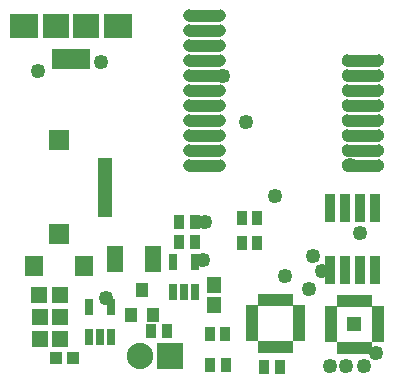
<source format=gts>
G04 MADE WITH FRITZING*
G04 WWW.FRITZING.ORG*
G04 DOUBLE SIDED*
G04 HOLES PLATED*
G04 CONTOUR ON CENTER OF CONTOUR VECTOR*
%ASAXBY*%
%FSLAX23Y23*%
%MOIN*%
%OFA0B0*%
%SFA1.0B1.0*%
%ADD10C,0.088000*%
%ADD11C,0.049370*%
%ADD12R,0.034000X0.097000*%
%ADD13R,0.088000X0.088000*%
%ADD14R,0.041496X0.021811*%
%ADD15R,0.021811X0.041496*%
%ADD16R,0.037559X0.045433*%
%ADD17R,0.031654X0.057244*%
%ADD18R,0.049370X0.053307*%
%ADD19R,0.041496X0.045433*%
%ADD20R,0.057244X0.088740*%
%ADD21R,0.060000X0.067874*%
%ADD22R,0.057244X0.053307*%
%ADD23R,0.041496X0.041496*%
%ADD24R,0.049370X0.049370*%
%ADD25R,0.025748X0.065118*%
%ADD26R,0.088740X0.084803*%
%ADD27R,0.096614X0.084803*%
%ADD28R,0.049370X0.019843*%
%ADD29R,0.069055X0.069055*%
%ADD30R,0.110000X0.042000*%
%ADD31R,0.001000X0.001000*%
%LNMASK1*%
G90*
G70*
G54D10*
X539Y68D03*
X439Y68D03*
G54D11*
X718Y1002D03*
X795Y850D03*
X328Y263D03*
X1139Y704D03*
X309Y1048D03*
X101Y1020D03*
X658Y515D03*
X649Y390D03*
X889Y603D03*
X1017Y401D03*
X1003Y292D03*
X922Y336D03*
X1172Y480D03*
X1048Y351D03*
X1226Y79D03*
X1074Y34D03*
X1128Y36D03*
X1188Y35D03*
G54D12*
X1225Y561D03*
X1175Y561D03*
X1125Y561D03*
X1075Y561D03*
X1075Y355D03*
X1125Y355D03*
X1175Y355D03*
X1225Y355D03*
G54D13*
X539Y68D03*
G54D14*
X813Y228D03*
X813Y208D03*
X813Y189D03*
X813Y169D03*
X813Y149D03*
X813Y129D03*
G54D15*
X843Y100D03*
X862Y100D03*
X882Y100D03*
X902Y100D03*
X921Y100D03*
X941Y100D03*
G54D14*
X971Y129D03*
X971Y149D03*
X971Y169D03*
X971Y189D03*
X971Y208D03*
X971Y228D03*
G54D15*
X941Y257D03*
X921Y257D03*
X902Y257D03*
X882Y257D03*
X862Y257D03*
X843Y257D03*
G54D16*
X571Y515D03*
X622Y515D03*
X571Y450D03*
X622Y450D03*
X855Y33D03*
X906Y33D03*
X727Y40D03*
X675Y40D03*
G54D17*
X549Y281D03*
X586Y281D03*
X624Y281D03*
X624Y383D03*
X549Y383D03*
G54D18*
X686Y307D03*
X686Y240D03*
G54D19*
X411Y207D03*
X485Y207D03*
X448Y290D03*
G54D20*
X356Y391D03*
X482Y391D03*
G54D21*
X86Y369D03*
X255Y369D03*
G54D22*
X173Y199D03*
X106Y199D03*
X174Y125D03*
X108Y125D03*
G54D23*
X218Y62D03*
X159Y62D03*
G54D22*
X172Y271D03*
X105Y271D03*
G54D17*
X269Y131D03*
X306Y131D03*
X343Y131D03*
X343Y233D03*
X269Y233D03*
G54D16*
X478Y152D03*
X529Y152D03*
G54D14*
X1076Y224D03*
X1076Y204D03*
X1076Y184D03*
X1076Y165D03*
X1076Y145D03*
X1076Y125D03*
G54D15*
X1106Y96D03*
X1125Y96D03*
X1145Y96D03*
X1165Y96D03*
X1184Y96D03*
X1204Y96D03*
G54D14*
X1233Y125D03*
X1233Y145D03*
X1233Y165D03*
X1233Y184D03*
X1233Y204D03*
X1233Y224D03*
G54D15*
X1204Y253D03*
X1184Y253D03*
X1165Y253D03*
X1145Y253D03*
X1125Y253D03*
X1106Y253D03*
G54D24*
X1155Y175D03*
G54D16*
X723Y141D03*
X672Y141D03*
X831Y530D03*
X779Y530D03*
G54D25*
X210Y1058D03*
X236Y1058D03*
X261Y1058D03*
X185Y1058D03*
X159Y1058D03*
G54D26*
X259Y1170D03*
X161Y1170D03*
G54D27*
X368Y1170D03*
X53Y1170D03*
G54D28*
X323Y720D03*
X323Y700D03*
X323Y681D03*
X323Y661D03*
X323Y641D03*
X323Y622D03*
X323Y602D03*
X323Y582D03*
X323Y563D03*
X323Y543D03*
G54D29*
X171Y789D03*
X171Y474D03*
G54D30*
X1184Y703D03*
X1184Y753D03*
X1184Y803D03*
X1184Y853D03*
X1184Y903D03*
X1184Y953D03*
X1184Y1003D03*
X1184Y1053D03*
X656Y1203D03*
X656Y1153D03*
X656Y1103D03*
X656Y1053D03*
X656Y1003D03*
X656Y953D03*
X656Y903D03*
X656Y853D03*
X656Y803D03*
X656Y753D03*
X656Y703D03*
G54D16*
X831Y445D03*
X780Y445D03*
G54D31*
X601Y1224D02*
X605Y1224D01*
X706Y1224D02*
X710Y1224D01*
X598Y1223D02*
X605Y1223D01*
X706Y1223D02*
X713Y1223D01*
X596Y1222D02*
X605Y1222D01*
X706Y1222D02*
X715Y1222D01*
X594Y1221D02*
X605Y1221D01*
X706Y1221D02*
X716Y1221D01*
X593Y1220D02*
X605Y1220D01*
X706Y1220D02*
X718Y1220D01*
X592Y1219D02*
X605Y1219D01*
X706Y1219D02*
X719Y1219D01*
X591Y1218D02*
X605Y1218D01*
X706Y1218D02*
X720Y1218D01*
X590Y1217D02*
X605Y1217D01*
X706Y1217D02*
X721Y1217D01*
X589Y1216D02*
X605Y1216D01*
X706Y1216D02*
X721Y1216D01*
X589Y1215D02*
X605Y1215D01*
X706Y1215D02*
X722Y1215D01*
X588Y1214D02*
X605Y1214D01*
X706Y1214D02*
X723Y1214D01*
X587Y1213D02*
X605Y1213D01*
X706Y1213D02*
X723Y1213D01*
X587Y1212D02*
X605Y1212D01*
X706Y1212D02*
X724Y1212D01*
X586Y1211D02*
X605Y1211D01*
X706Y1211D02*
X724Y1211D01*
X586Y1210D02*
X605Y1210D01*
X706Y1210D02*
X725Y1210D01*
X586Y1209D02*
X605Y1209D01*
X706Y1209D02*
X725Y1209D01*
X585Y1208D02*
X605Y1208D01*
X706Y1208D02*
X725Y1208D01*
X585Y1207D02*
X605Y1207D01*
X706Y1207D02*
X726Y1207D01*
X585Y1206D02*
X605Y1206D01*
X706Y1206D02*
X726Y1206D01*
X585Y1205D02*
X605Y1205D01*
X706Y1205D02*
X726Y1205D01*
X585Y1204D02*
X605Y1204D01*
X706Y1204D02*
X726Y1204D01*
X585Y1203D02*
X605Y1203D01*
X706Y1203D02*
X726Y1203D01*
X585Y1202D02*
X605Y1202D01*
X706Y1202D02*
X726Y1202D01*
X585Y1201D02*
X605Y1201D01*
X706Y1201D02*
X726Y1201D01*
X585Y1200D02*
X605Y1200D01*
X706Y1200D02*
X725Y1200D01*
X586Y1199D02*
X605Y1199D01*
X706Y1199D02*
X725Y1199D01*
X586Y1198D02*
X605Y1198D01*
X706Y1198D02*
X725Y1198D01*
X586Y1197D02*
X605Y1197D01*
X706Y1197D02*
X724Y1197D01*
X587Y1196D02*
X605Y1196D01*
X706Y1196D02*
X724Y1196D01*
X587Y1195D02*
X605Y1195D01*
X706Y1195D02*
X724Y1195D01*
X588Y1194D02*
X605Y1194D01*
X706Y1194D02*
X723Y1194D01*
X588Y1193D02*
X605Y1193D01*
X706Y1193D02*
X722Y1193D01*
X589Y1192D02*
X605Y1192D01*
X706Y1192D02*
X722Y1192D01*
X590Y1191D02*
X605Y1191D01*
X706Y1191D02*
X721Y1191D01*
X591Y1190D02*
X605Y1190D01*
X706Y1190D02*
X720Y1190D01*
X592Y1189D02*
X605Y1189D01*
X706Y1189D02*
X719Y1189D01*
X593Y1188D02*
X605Y1188D01*
X706Y1188D02*
X718Y1188D01*
X594Y1187D02*
X605Y1187D01*
X706Y1187D02*
X717Y1187D01*
X596Y1186D02*
X605Y1186D01*
X706Y1186D02*
X715Y1186D01*
X597Y1185D02*
X605Y1185D01*
X706Y1185D02*
X713Y1185D01*
X600Y1184D02*
X605Y1184D01*
X706Y1184D02*
X711Y1184D01*
X604Y1183D02*
X605Y1183D01*
X706Y1183D02*
X707Y1183D01*
X601Y1174D02*
X605Y1174D01*
X706Y1174D02*
X710Y1174D01*
X598Y1173D02*
X605Y1173D01*
X706Y1173D02*
X713Y1173D01*
X596Y1172D02*
X605Y1172D01*
X706Y1172D02*
X715Y1172D01*
X594Y1171D02*
X605Y1171D01*
X706Y1171D02*
X716Y1171D01*
X593Y1170D02*
X605Y1170D01*
X706Y1170D02*
X718Y1170D01*
X592Y1169D02*
X605Y1169D01*
X706Y1169D02*
X719Y1169D01*
X591Y1168D02*
X605Y1168D01*
X706Y1168D02*
X720Y1168D01*
X590Y1167D02*
X605Y1167D01*
X706Y1167D02*
X721Y1167D01*
X589Y1166D02*
X605Y1166D01*
X706Y1166D02*
X721Y1166D01*
X589Y1165D02*
X605Y1165D01*
X706Y1165D02*
X722Y1165D01*
X588Y1164D02*
X605Y1164D01*
X706Y1164D02*
X723Y1164D01*
X587Y1163D02*
X605Y1163D01*
X706Y1163D02*
X723Y1163D01*
X587Y1162D02*
X605Y1162D01*
X706Y1162D02*
X724Y1162D01*
X586Y1161D02*
X605Y1161D01*
X706Y1161D02*
X724Y1161D01*
X586Y1160D02*
X605Y1160D01*
X706Y1160D02*
X725Y1160D01*
X586Y1159D02*
X605Y1159D01*
X706Y1159D02*
X725Y1159D01*
X585Y1158D02*
X605Y1158D01*
X706Y1158D02*
X725Y1158D01*
X585Y1157D02*
X605Y1157D01*
X706Y1157D02*
X726Y1157D01*
X585Y1156D02*
X605Y1156D01*
X706Y1156D02*
X726Y1156D01*
X585Y1155D02*
X605Y1155D01*
X706Y1155D02*
X726Y1155D01*
X585Y1154D02*
X605Y1154D01*
X706Y1154D02*
X726Y1154D01*
X585Y1153D02*
X605Y1153D01*
X706Y1153D02*
X726Y1153D01*
X585Y1152D02*
X605Y1152D01*
X706Y1152D02*
X726Y1152D01*
X585Y1151D02*
X605Y1151D01*
X706Y1151D02*
X726Y1151D01*
X585Y1150D02*
X605Y1150D01*
X706Y1150D02*
X725Y1150D01*
X586Y1149D02*
X605Y1149D01*
X706Y1149D02*
X725Y1149D01*
X586Y1148D02*
X605Y1148D01*
X706Y1148D02*
X725Y1148D01*
X586Y1147D02*
X605Y1147D01*
X706Y1147D02*
X724Y1147D01*
X587Y1146D02*
X605Y1146D01*
X706Y1146D02*
X724Y1146D01*
X587Y1145D02*
X605Y1145D01*
X706Y1145D02*
X724Y1145D01*
X588Y1144D02*
X605Y1144D01*
X706Y1144D02*
X723Y1144D01*
X588Y1143D02*
X605Y1143D01*
X706Y1143D02*
X722Y1143D01*
X589Y1142D02*
X605Y1142D01*
X706Y1142D02*
X722Y1142D01*
X590Y1141D02*
X605Y1141D01*
X706Y1141D02*
X721Y1141D01*
X591Y1140D02*
X605Y1140D01*
X706Y1140D02*
X720Y1140D01*
X592Y1139D02*
X605Y1139D01*
X706Y1139D02*
X719Y1139D01*
X593Y1138D02*
X605Y1138D01*
X706Y1138D02*
X718Y1138D01*
X594Y1137D02*
X605Y1137D01*
X706Y1137D02*
X717Y1137D01*
X596Y1136D02*
X605Y1136D01*
X706Y1136D02*
X715Y1136D01*
X597Y1135D02*
X605Y1135D01*
X706Y1135D02*
X713Y1135D01*
X600Y1134D02*
X605Y1134D01*
X706Y1134D02*
X711Y1134D01*
X604Y1133D02*
X605Y1133D01*
X706Y1133D02*
X707Y1133D01*
X601Y1124D02*
X605Y1124D01*
X706Y1124D02*
X710Y1124D01*
X598Y1123D02*
X605Y1123D01*
X706Y1123D02*
X713Y1123D01*
X596Y1122D02*
X605Y1122D01*
X706Y1122D02*
X715Y1122D01*
X594Y1121D02*
X605Y1121D01*
X706Y1121D02*
X716Y1121D01*
X593Y1120D02*
X605Y1120D01*
X706Y1120D02*
X718Y1120D01*
X592Y1119D02*
X605Y1119D01*
X706Y1119D02*
X719Y1119D01*
X591Y1118D02*
X605Y1118D01*
X706Y1118D02*
X720Y1118D01*
X590Y1117D02*
X605Y1117D01*
X706Y1117D02*
X721Y1117D01*
X589Y1116D02*
X605Y1116D01*
X706Y1116D02*
X722Y1116D01*
X588Y1115D02*
X605Y1115D01*
X706Y1115D02*
X722Y1115D01*
X588Y1114D02*
X605Y1114D01*
X706Y1114D02*
X723Y1114D01*
X587Y1113D02*
X605Y1113D01*
X706Y1113D02*
X723Y1113D01*
X587Y1112D02*
X605Y1112D01*
X706Y1112D02*
X724Y1112D01*
X586Y1111D02*
X605Y1111D01*
X706Y1111D02*
X724Y1111D01*
X586Y1110D02*
X605Y1110D01*
X706Y1110D02*
X725Y1110D01*
X586Y1109D02*
X605Y1109D01*
X706Y1109D02*
X725Y1109D01*
X585Y1108D02*
X605Y1108D01*
X706Y1108D02*
X725Y1108D01*
X585Y1107D02*
X605Y1107D01*
X706Y1107D02*
X726Y1107D01*
X585Y1106D02*
X605Y1106D01*
X706Y1106D02*
X726Y1106D01*
X585Y1105D02*
X605Y1105D01*
X706Y1105D02*
X726Y1105D01*
X585Y1104D02*
X605Y1104D01*
X706Y1104D02*
X726Y1104D01*
X585Y1103D02*
X605Y1103D01*
X706Y1103D02*
X726Y1103D01*
X585Y1102D02*
X605Y1102D01*
X706Y1102D02*
X726Y1102D01*
X585Y1101D02*
X605Y1101D01*
X706Y1101D02*
X726Y1101D01*
X585Y1100D02*
X605Y1100D01*
X706Y1100D02*
X725Y1100D01*
X586Y1099D02*
X605Y1099D01*
X706Y1099D02*
X725Y1099D01*
X586Y1098D02*
X605Y1098D01*
X706Y1098D02*
X725Y1098D01*
X586Y1097D02*
X605Y1097D01*
X706Y1097D02*
X724Y1097D01*
X587Y1096D02*
X605Y1096D01*
X706Y1096D02*
X724Y1096D01*
X587Y1095D02*
X605Y1095D01*
X706Y1095D02*
X723Y1095D01*
X588Y1094D02*
X605Y1094D01*
X706Y1094D02*
X723Y1094D01*
X588Y1093D02*
X605Y1093D01*
X706Y1093D02*
X722Y1093D01*
X589Y1092D02*
X605Y1092D01*
X706Y1092D02*
X722Y1092D01*
X590Y1091D02*
X605Y1091D01*
X706Y1091D02*
X721Y1091D01*
X591Y1090D02*
X605Y1090D01*
X706Y1090D02*
X720Y1090D01*
X592Y1089D02*
X605Y1089D01*
X706Y1089D02*
X719Y1089D01*
X593Y1088D02*
X605Y1088D01*
X706Y1088D02*
X718Y1088D01*
X594Y1087D02*
X605Y1087D01*
X706Y1087D02*
X717Y1087D01*
X596Y1086D02*
X605Y1086D01*
X706Y1086D02*
X715Y1086D01*
X597Y1085D02*
X605Y1085D01*
X706Y1085D02*
X713Y1085D01*
X600Y1084D02*
X605Y1084D01*
X706Y1084D02*
X711Y1084D01*
X605Y1083D02*
X605Y1083D01*
X706Y1083D02*
X706Y1083D01*
X600Y1074D02*
X605Y1074D01*
X706Y1074D02*
X710Y1074D01*
X1128Y1074D02*
X1133Y1074D01*
X1233Y1074D02*
X1238Y1074D01*
X598Y1073D02*
X605Y1073D01*
X706Y1073D02*
X713Y1073D01*
X1125Y1073D02*
X1133Y1073D01*
X1233Y1073D02*
X1241Y1073D01*
X596Y1072D02*
X605Y1072D01*
X706Y1072D02*
X715Y1072D01*
X1124Y1072D02*
X1133Y1072D01*
X1233Y1072D02*
X1242Y1072D01*
X594Y1071D02*
X605Y1071D01*
X706Y1071D02*
X716Y1071D01*
X1122Y1071D02*
X1133Y1071D01*
X1233Y1071D02*
X1244Y1071D01*
X593Y1070D02*
X605Y1070D01*
X706Y1070D02*
X718Y1070D01*
X1121Y1070D02*
X1133Y1070D01*
X1233Y1070D02*
X1245Y1070D01*
X592Y1069D02*
X605Y1069D01*
X706Y1069D02*
X719Y1069D01*
X1120Y1069D02*
X1133Y1069D01*
X1233Y1069D02*
X1247Y1069D01*
X591Y1068D02*
X605Y1068D01*
X706Y1068D02*
X720Y1068D01*
X1119Y1068D02*
X1133Y1068D01*
X1233Y1068D02*
X1248Y1068D01*
X590Y1067D02*
X605Y1067D01*
X706Y1067D02*
X721Y1067D01*
X1118Y1067D02*
X1133Y1067D01*
X1233Y1067D02*
X1248Y1067D01*
X589Y1066D02*
X605Y1066D01*
X706Y1066D02*
X722Y1066D01*
X1117Y1066D02*
X1133Y1066D01*
X1233Y1066D02*
X1249Y1066D01*
X588Y1065D02*
X605Y1065D01*
X706Y1065D02*
X722Y1065D01*
X1116Y1065D02*
X1133Y1065D01*
X1233Y1065D02*
X1250Y1065D01*
X588Y1064D02*
X605Y1064D01*
X706Y1064D02*
X723Y1064D01*
X1116Y1064D02*
X1133Y1064D01*
X1233Y1064D02*
X1250Y1064D01*
X587Y1063D02*
X605Y1063D01*
X706Y1063D02*
X723Y1063D01*
X1115Y1063D02*
X1133Y1063D01*
X1233Y1063D02*
X1251Y1063D01*
X587Y1062D02*
X605Y1062D01*
X706Y1062D02*
X724Y1062D01*
X1114Y1062D02*
X1133Y1062D01*
X1233Y1062D02*
X1252Y1062D01*
X586Y1061D02*
X605Y1061D01*
X706Y1061D02*
X724Y1061D01*
X1114Y1061D02*
X1133Y1061D01*
X1233Y1061D02*
X1252Y1061D01*
X586Y1060D02*
X605Y1060D01*
X706Y1060D02*
X725Y1060D01*
X1114Y1060D02*
X1133Y1060D01*
X1233Y1060D02*
X1252Y1060D01*
X586Y1059D02*
X605Y1059D01*
X706Y1059D02*
X725Y1059D01*
X1113Y1059D02*
X1133Y1059D01*
X1233Y1059D02*
X1253Y1059D01*
X585Y1058D02*
X605Y1058D01*
X706Y1058D02*
X725Y1058D01*
X1113Y1058D02*
X1133Y1058D01*
X1233Y1058D02*
X1253Y1058D01*
X585Y1057D02*
X605Y1057D01*
X706Y1057D02*
X726Y1057D01*
X1113Y1057D02*
X1133Y1057D01*
X1233Y1057D02*
X1253Y1057D01*
X585Y1056D02*
X605Y1056D01*
X706Y1056D02*
X726Y1056D01*
X1113Y1056D02*
X1133Y1056D01*
X1233Y1056D02*
X1253Y1056D01*
X585Y1055D02*
X605Y1055D01*
X706Y1055D02*
X726Y1055D01*
X1113Y1055D02*
X1133Y1055D01*
X1233Y1055D02*
X1253Y1055D01*
X585Y1054D02*
X605Y1054D01*
X706Y1054D02*
X726Y1054D01*
X1113Y1054D02*
X1133Y1054D01*
X1233Y1054D02*
X1253Y1054D01*
X585Y1053D02*
X605Y1053D01*
X706Y1053D02*
X726Y1053D01*
X1113Y1053D02*
X1133Y1053D01*
X1233Y1053D02*
X1253Y1053D01*
X585Y1052D02*
X605Y1052D01*
X706Y1052D02*
X726Y1052D01*
X1113Y1052D02*
X1133Y1052D01*
X1233Y1052D02*
X1253Y1052D01*
X585Y1051D02*
X605Y1051D01*
X706Y1051D02*
X726Y1051D01*
X1113Y1051D02*
X1133Y1051D01*
X1233Y1051D02*
X1253Y1051D01*
X585Y1050D02*
X605Y1050D01*
X706Y1050D02*
X725Y1050D01*
X1113Y1050D02*
X1133Y1050D01*
X1233Y1050D02*
X1253Y1050D01*
X586Y1049D02*
X605Y1049D01*
X706Y1049D02*
X725Y1049D01*
X1113Y1049D02*
X1133Y1049D01*
X1233Y1049D02*
X1253Y1049D01*
X586Y1048D02*
X605Y1048D01*
X706Y1048D02*
X725Y1048D01*
X1114Y1048D02*
X1133Y1048D01*
X1233Y1048D02*
X1252Y1048D01*
X586Y1047D02*
X605Y1047D01*
X706Y1047D02*
X724Y1047D01*
X1114Y1047D02*
X1133Y1047D01*
X1233Y1047D02*
X1252Y1047D01*
X587Y1046D02*
X605Y1046D01*
X706Y1046D02*
X724Y1046D01*
X1114Y1046D02*
X1133Y1046D01*
X1233Y1046D02*
X1252Y1046D01*
X587Y1045D02*
X605Y1045D01*
X706Y1045D02*
X723Y1045D01*
X1115Y1045D02*
X1133Y1045D01*
X1233Y1045D02*
X1251Y1045D01*
X588Y1044D02*
X605Y1044D01*
X706Y1044D02*
X723Y1044D01*
X1115Y1044D02*
X1133Y1044D01*
X1233Y1044D02*
X1251Y1044D01*
X588Y1043D02*
X605Y1043D01*
X706Y1043D02*
X722Y1043D01*
X1116Y1043D02*
X1133Y1043D01*
X1233Y1043D02*
X1250Y1043D01*
X589Y1042D02*
X605Y1042D01*
X706Y1042D02*
X722Y1042D01*
X1117Y1042D02*
X1133Y1042D01*
X1233Y1042D02*
X1249Y1042D01*
X590Y1041D02*
X605Y1041D01*
X706Y1041D02*
X721Y1041D01*
X1118Y1041D02*
X1133Y1041D01*
X1233Y1041D02*
X1248Y1041D01*
X591Y1040D02*
X605Y1040D01*
X706Y1040D02*
X720Y1040D01*
X1118Y1040D02*
X1133Y1040D01*
X1233Y1040D02*
X1248Y1040D01*
X592Y1039D02*
X605Y1039D01*
X706Y1039D02*
X719Y1039D01*
X1119Y1039D02*
X1133Y1039D01*
X1233Y1039D02*
X1247Y1039D01*
X593Y1038D02*
X605Y1038D01*
X706Y1038D02*
X718Y1038D01*
X1121Y1038D02*
X1133Y1038D01*
X1233Y1038D02*
X1245Y1038D01*
X594Y1037D02*
X605Y1037D01*
X706Y1037D02*
X717Y1037D01*
X1122Y1037D02*
X1133Y1037D01*
X1233Y1037D02*
X1244Y1037D01*
X596Y1036D02*
X605Y1036D01*
X706Y1036D02*
X715Y1036D01*
X1123Y1036D02*
X1133Y1036D01*
X1233Y1036D02*
X1243Y1036D01*
X598Y1035D02*
X605Y1035D01*
X706Y1035D02*
X713Y1035D01*
X1125Y1035D02*
X1133Y1035D01*
X1233Y1035D02*
X1241Y1035D01*
X600Y1034D02*
X605Y1034D01*
X706Y1034D02*
X711Y1034D01*
X1128Y1034D02*
X1133Y1034D01*
X1233Y1034D02*
X1238Y1034D01*
X706Y1033D02*
X706Y1033D01*
X600Y1024D02*
X605Y1024D01*
X706Y1024D02*
X710Y1024D01*
X1128Y1024D02*
X1133Y1024D01*
X1233Y1024D02*
X1238Y1024D01*
X598Y1023D02*
X605Y1023D01*
X706Y1023D02*
X713Y1023D01*
X1125Y1023D02*
X1133Y1023D01*
X1233Y1023D02*
X1241Y1023D01*
X596Y1022D02*
X605Y1022D01*
X706Y1022D02*
X715Y1022D01*
X1124Y1022D02*
X1133Y1022D01*
X1233Y1022D02*
X1243Y1022D01*
X594Y1021D02*
X605Y1021D01*
X706Y1021D02*
X717Y1021D01*
X1122Y1021D02*
X1133Y1021D01*
X1233Y1021D02*
X1244Y1021D01*
X593Y1020D02*
X605Y1020D01*
X706Y1020D02*
X718Y1020D01*
X1121Y1020D02*
X1133Y1020D01*
X1233Y1020D02*
X1245Y1020D01*
X592Y1019D02*
X605Y1019D01*
X706Y1019D02*
X719Y1019D01*
X1119Y1019D02*
X1133Y1019D01*
X1233Y1019D02*
X1247Y1019D01*
X591Y1018D02*
X605Y1018D01*
X706Y1018D02*
X720Y1018D01*
X1118Y1018D02*
X1133Y1018D01*
X1233Y1018D02*
X1248Y1018D01*
X590Y1017D02*
X605Y1017D01*
X706Y1017D02*
X721Y1017D01*
X1118Y1017D02*
X1133Y1017D01*
X1233Y1017D02*
X1248Y1017D01*
X589Y1016D02*
X605Y1016D01*
X706Y1016D02*
X722Y1016D01*
X1117Y1016D02*
X1133Y1016D01*
X1233Y1016D02*
X1249Y1016D01*
X588Y1015D02*
X605Y1015D01*
X706Y1015D02*
X722Y1015D01*
X1116Y1015D02*
X1133Y1015D01*
X1233Y1015D02*
X1250Y1015D01*
X588Y1014D02*
X605Y1014D01*
X706Y1014D02*
X723Y1014D01*
X1116Y1014D02*
X1133Y1014D01*
X1233Y1014D02*
X1251Y1014D01*
X587Y1013D02*
X605Y1013D01*
X706Y1013D02*
X723Y1013D01*
X1115Y1013D02*
X1133Y1013D01*
X1233Y1013D02*
X1251Y1013D01*
X587Y1012D02*
X605Y1012D01*
X706Y1012D02*
X724Y1012D01*
X1114Y1012D02*
X1133Y1012D01*
X1233Y1012D02*
X1252Y1012D01*
X586Y1011D02*
X605Y1011D01*
X706Y1011D02*
X724Y1011D01*
X1114Y1011D02*
X1133Y1011D01*
X1233Y1011D02*
X1252Y1011D01*
X586Y1010D02*
X605Y1010D01*
X706Y1010D02*
X725Y1010D01*
X1114Y1010D02*
X1133Y1010D01*
X1233Y1010D02*
X1252Y1010D01*
X586Y1009D02*
X605Y1009D01*
X706Y1009D02*
X725Y1009D01*
X1113Y1009D02*
X1133Y1009D01*
X1233Y1009D02*
X1253Y1009D01*
X585Y1008D02*
X605Y1008D01*
X706Y1008D02*
X725Y1008D01*
X1113Y1008D02*
X1133Y1008D01*
X1233Y1008D02*
X1253Y1008D01*
X585Y1007D02*
X605Y1007D01*
X706Y1007D02*
X726Y1007D01*
X1113Y1007D02*
X1133Y1007D01*
X1233Y1007D02*
X1253Y1007D01*
X585Y1006D02*
X605Y1006D01*
X706Y1006D02*
X726Y1006D01*
X1113Y1006D02*
X1133Y1006D01*
X1233Y1006D02*
X1253Y1006D01*
X585Y1005D02*
X605Y1005D01*
X706Y1005D02*
X726Y1005D01*
X1113Y1005D02*
X1133Y1005D01*
X1233Y1005D02*
X1253Y1005D01*
X585Y1004D02*
X605Y1004D01*
X706Y1004D02*
X726Y1004D01*
X1113Y1004D02*
X1133Y1004D01*
X1233Y1004D02*
X1253Y1004D01*
X585Y1003D02*
X605Y1003D01*
X706Y1003D02*
X726Y1003D01*
X1113Y1003D02*
X1133Y1003D01*
X1233Y1003D02*
X1253Y1003D01*
X585Y1002D02*
X605Y1002D01*
X706Y1002D02*
X726Y1002D01*
X1113Y1002D02*
X1133Y1002D01*
X1233Y1002D02*
X1253Y1002D01*
X585Y1001D02*
X605Y1001D01*
X706Y1001D02*
X726Y1001D01*
X1113Y1001D02*
X1133Y1001D01*
X1233Y1001D02*
X1253Y1001D01*
X585Y1000D02*
X605Y1000D01*
X706Y1000D02*
X725Y1000D01*
X1113Y1000D02*
X1133Y1000D01*
X1233Y1000D02*
X1253Y1000D01*
X586Y999D02*
X605Y999D01*
X706Y999D02*
X725Y999D01*
X1113Y999D02*
X1133Y999D01*
X1233Y999D02*
X1253Y999D01*
X586Y998D02*
X605Y998D01*
X706Y998D02*
X725Y998D01*
X1114Y998D02*
X1133Y998D01*
X1233Y998D02*
X1252Y998D01*
X586Y997D02*
X605Y997D01*
X706Y997D02*
X724Y997D01*
X1114Y997D02*
X1133Y997D01*
X1233Y997D02*
X1252Y997D01*
X587Y996D02*
X605Y996D01*
X706Y996D02*
X724Y996D01*
X1114Y996D02*
X1133Y996D01*
X1233Y996D02*
X1252Y996D01*
X587Y995D02*
X605Y995D01*
X706Y995D02*
X723Y995D01*
X1115Y995D02*
X1133Y995D01*
X1233Y995D02*
X1251Y995D01*
X588Y994D02*
X605Y994D01*
X706Y994D02*
X723Y994D01*
X1116Y994D02*
X1133Y994D01*
X1233Y994D02*
X1251Y994D01*
X588Y993D02*
X605Y993D01*
X706Y993D02*
X722Y993D01*
X1116Y993D02*
X1133Y993D01*
X1233Y993D02*
X1250Y993D01*
X589Y992D02*
X605Y992D01*
X706Y992D02*
X722Y992D01*
X1117Y992D02*
X1133Y992D01*
X1233Y992D02*
X1249Y992D01*
X590Y991D02*
X605Y991D01*
X706Y991D02*
X721Y991D01*
X1118Y991D02*
X1133Y991D01*
X1233Y991D02*
X1248Y991D01*
X591Y990D02*
X605Y990D01*
X706Y990D02*
X720Y990D01*
X1118Y990D02*
X1133Y990D01*
X1233Y990D02*
X1248Y990D01*
X592Y989D02*
X605Y989D01*
X706Y989D02*
X719Y989D01*
X1119Y989D02*
X1133Y989D01*
X1233Y989D02*
X1247Y989D01*
X593Y988D02*
X605Y988D01*
X706Y988D02*
X718Y988D01*
X1121Y988D02*
X1133Y988D01*
X1233Y988D02*
X1245Y988D01*
X594Y987D02*
X605Y987D01*
X706Y987D02*
X717Y987D01*
X1122Y987D02*
X1133Y987D01*
X1233Y987D02*
X1244Y987D01*
X596Y986D02*
X605Y986D01*
X706Y986D02*
X715Y986D01*
X1123Y986D02*
X1133Y986D01*
X1233Y986D02*
X1243Y986D01*
X598Y985D02*
X605Y985D01*
X706Y985D02*
X713Y985D01*
X1125Y985D02*
X1133Y985D01*
X1233Y985D02*
X1241Y985D01*
X600Y984D02*
X605Y984D01*
X706Y984D02*
X711Y984D01*
X1128Y984D02*
X1133Y984D01*
X1233Y984D02*
X1238Y984D01*
X600Y974D02*
X605Y974D01*
X706Y974D02*
X711Y974D01*
X1128Y974D02*
X1133Y974D01*
X1233Y974D02*
X1238Y974D01*
X598Y973D02*
X605Y973D01*
X706Y973D02*
X713Y973D01*
X1125Y973D02*
X1133Y973D01*
X1233Y973D02*
X1241Y973D01*
X596Y972D02*
X605Y972D01*
X706Y972D02*
X715Y972D01*
X1123Y972D02*
X1133Y972D01*
X1233Y972D02*
X1243Y972D01*
X594Y971D02*
X605Y971D01*
X706Y971D02*
X717Y971D01*
X1122Y971D02*
X1133Y971D01*
X1233Y971D02*
X1244Y971D01*
X593Y970D02*
X605Y970D01*
X706Y970D02*
X718Y970D01*
X1121Y970D02*
X1133Y970D01*
X1233Y970D02*
X1245Y970D01*
X592Y969D02*
X605Y969D01*
X706Y969D02*
X719Y969D01*
X1119Y969D02*
X1133Y969D01*
X1233Y969D02*
X1247Y969D01*
X591Y968D02*
X605Y968D01*
X706Y968D02*
X720Y968D01*
X1118Y968D02*
X1133Y968D01*
X1233Y968D02*
X1248Y968D01*
X590Y967D02*
X605Y967D01*
X706Y967D02*
X721Y967D01*
X1118Y967D02*
X1133Y967D01*
X1233Y967D02*
X1248Y967D01*
X589Y966D02*
X605Y966D01*
X706Y966D02*
X722Y966D01*
X1117Y966D02*
X1133Y966D01*
X1233Y966D02*
X1249Y966D01*
X588Y965D02*
X605Y965D01*
X706Y965D02*
X722Y965D01*
X1116Y965D02*
X1133Y965D01*
X1233Y965D02*
X1250Y965D01*
X588Y964D02*
X605Y964D01*
X706Y964D02*
X723Y964D01*
X1116Y964D02*
X1133Y964D01*
X1233Y964D02*
X1251Y964D01*
X587Y963D02*
X605Y963D01*
X706Y963D02*
X723Y963D01*
X1115Y963D02*
X1133Y963D01*
X1233Y963D02*
X1251Y963D01*
X587Y962D02*
X605Y962D01*
X706Y962D02*
X724Y962D01*
X1114Y962D02*
X1133Y962D01*
X1233Y962D02*
X1252Y962D01*
X586Y961D02*
X605Y961D01*
X706Y961D02*
X724Y961D01*
X1114Y961D02*
X1133Y961D01*
X1233Y961D02*
X1252Y961D01*
X586Y960D02*
X605Y960D01*
X706Y960D02*
X725Y960D01*
X1114Y960D02*
X1133Y960D01*
X1233Y960D02*
X1252Y960D01*
X586Y959D02*
X605Y959D01*
X706Y959D02*
X725Y959D01*
X1113Y959D02*
X1133Y959D01*
X1233Y959D02*
X1253Y959D01*
X585Y958D02*
X605Y958D01*
X706Y958D02*
X725Y958D01*
X1113Y958D02*
X1133Y958D01*
X1233Y958D02*
X1253Y958D01*
X585Y957D02*
X605Y957D01*
X706Y957D02*
X726Y957D01*
X1113Y957D02*
X1133Y957D01*
X1233Y957D02*
X1253Y957D01*
X585Y956D02*
X605Y956D01*
X706Y956D02*
X726Y956D01*
X1113Y956D02*
X1133Y956D01*
X1233Y956D02*
X1253Y956D01*
X585Y955D02*
X605Y955D01*
X706Y955D02*
X726Y955D01*
X1113Y955D02*
X1133Y955D01*
X1233Y955D02*
X1253Y955D01*
X585Y954D02*
X605Y954D01*
X706Y954D02*
X726Y954D01*
X1113Y954D02*
X1133Y954D01*
X1233Y954D02*
X1253Y954D01*
X585Y953D02*
X605Y953D01*
X706Y953D02*
X726Y953D01*
X1113Y953D02*
X1133Y953D01*
X1233Y953D02*
X1253Y953D01*
X585Y952D02*
X605Y952D01*
X706Y952D02*
X726Y952D01*
X1113Y952D02*
X1133Y952D01*
X1233Y952D02*
X1253Y952D01*
X585Y951D02*
X605Y951D01*
X706Y951D02*
X726Y951D01*
X1113Y951D02*
X1133Y951D01*
X1233Y951D02*
X1253Y951D01*
X585Y950D02*
X605Y950D01*
X706Y950D02*
X725Y950D01*
X1113Y950D02*
X1133Y950D01*
X1233Y950D02*
X1253Y950D01*
X586Y949D02*
X605Y949D01*
X706Y949D02*
X725Y949D01*
X1113Y949D02*
X1133Y949D01*
X1233Y949D02*
X1253Y949D01*
X586Y948D02*
X605Y948D01*
X706Y948D02*
X725Y948D01*
X1114Y948D02*
X1133Y948D01*
X1233Y948D02*
X1252Y948D01*
X586Y947D02*
X605Y947D01*
X706Y947D02*
X724Y947D01*
X1114Y947D02*
X1133Y947D01*
X1233Y947D02*
X1252Y947D01*
X587Y946D02*
X605Y946D01*
X706Y946D02*
X724Y946D01*
X1114Y946D02*
X1133Y946D01*
X1233Y946D02*
X1252Y946D01*
X587Y945D02*
X605Y945D01*
X706Y945D02*
X723Y945D01*
X1115Y945D02*
X1133Y945D01*
X1233Y945D02*
X1251Y945D01*
X588Y944D02*
X605Y944D01*
X706Y944D02*
X723Y944D01*
X1116Y944D02*
X1133Y944D01*
X1233Y944D02*
X1251Y944D01*
X588Y943D02*
X605Y943D01*
X706Y943D02*
X722Y943D01*
X1116Y943D02*
X1133Y943D01*
X1233Y943D02*
X1250Y943D01*
X589Y942D02*
X605Y942D01*
X706Y942D02*
X722Y942D01*
X1117Y942D02*
X1133Y942D01*
X1233Y942D02*
X1249Y942D01*
X590Y941D02*
X605Y941D01*
X706Y941D02*
X721Y941D01*
X1118Y941D02*
X1133Y941D01*
X1233Y941D02*
X1248Y941D01*
X591Y940D02*
X605Y940D01*
X706Y940D02*
X720Y940D01*
X1118Y940D02*
X1133Y940D01*
X1233Y940D02*
X1248Y940D01*
X592Y939D02*
X605Y939D01*
X706Y939D02*
X719Y939D01*
X1119Y939D02*
X1133Y939D01*
X1233Y939D02*
X1247Y939D01*
X593Y938D02*
X605Y938D01*
X706Y938D02*
X718Y938D01*
X1121Y938D02*
X1133Y938D01*
X1233Y938D02*
X1245Y938D01*
X594Y937D02*
X605Y937D01*
X706Y937D02*
X717Y937D01*
X1122Y937D02*
X1133Y937D01*
X1233Y937D02*
X1244Y937D01*
X596Y936D02*
X605Y936D01*
X706Y936D02*
X715Y936D01*
X1124Y936D02*
X1133Y936D01*
X1233Y936D02*
X1243Y936D01*
X598Y935D02*
X605Y935D01*
X706Y935D02*
X713Y935D01*
X1125Y935D02*
X1133Y935D01*
X1233Y935D02*
X1241Y935D01*
X600Y934D02*
X605Y934D01*
X706Y934D02*
X710Y934D01*
X1128Y934D02*
X1133Y934D01*
X1233Y934D02*
X1238Y934D01*
X706Y925D02*
X706Y925D01*
X600Y924D02*
X605Y924D01*
X706Y924D02*
X711Y924D01*
X1128Y924D02*
X1133Y924D01*
X1233Y924D02*
X1238Y924D01*
X598Y923D02*
X605Y923D01*
X706Y923D02*
X713Y923D01*
X1125Y923D02*
X1133Y923D01*
X1233Y923D02*
X1241Y923D01*
X596Y922D02*
X605Y922D01*
X706Y922D02*
X715Y922D01*
X1123Y922D02*
X1133Y922D01*
X1233Y922D02*
X1243Y922D01*
X594Y921D02*
X605Y921D01*
X706Y921D02*
X717Y921D01*
X1122Y921D02*
X1133Y921D01*
X1233Y921D02*
X1244Y921D01*
X593Y920D02*
X605Y920D01*
X706Y920D02*
X718Y920D01*
X1121Y920D02*
X1133Y920D01*
X1233Y920D02*
X1245Y920D01*
X592Y919D02*
X605Y919D01*
X706Y919D02*
X719Y919D01*
X1119Y919D02*
X1133Y919D01*
X1233Y919D02*
X1247Y919D01*
X591Y918D02*
X605Y918D01*
X706Y918D02*
X720Y918D01*
X1118Y918D02*
X1133Y918D01*
X1233Y918D02*
X1248Y918D01*
X590Y917D02*
X605Y917D01*
X706Y917D02*
X721Y917D01*
X1118Y917D02*
X1133Y917D01*
X1233Y917D02*
X1248Y917D01*
X589Y916D02*
X605Y916D01*
X706Y916D02*
X722Y916D01*
X1117Y916D02*
X1133Y916D01*
X1233Y916D02*
X1249Y916D01*
X588Y915D02*
X605Y915D01*
X706Y915D02*
X722Y915D01*
X1116Y915D02*
X1133Y915D01*
X1233Y915D02*
X1250Y915D01*
X588Y914D02*
X605Y914D01*
X706Y914D02*
X723Y914D01*
X1115Y914D02*
X1133Y914D01*
X1233Y914D02*
X1251Y914D01*
X587Y913D02*
X605Y913D01*
X706Y913D02*
X723Y913D01*
X1115Y913D02*
X1133Y913D01*
X1233Y913D02*
X1251Y913D01*
X587Y912D02*
X605Y912D01*
X706Y912D02*
X724Y912D01*
X1114Y912D02*
X1133Y912D01*
X1233Y912D02*
X1252Y912D01*
X586Y911D02*
X605Y911D01*
X706Y911D02*
X724Y911D01*
X1114Y911D02*
X1133Y911D01*
X1233Y911D02*
X1252Y911D01*
X586Y910D02*
X605Y910D01*
X706Y910D02*
X725Y910D01*
X1114Y910D02*
X1133Y910D01*
X1233Y910D02*
X1252Y910D01*
X586Y909D02*
X605Y909D01*
X706Y909D02*
X725Y909D01*
X1113Y909D02*
X1133Y909D01*
X1233Y909D02*
X1253Y909D01*
X585Y908D02*
X605Y908D01*
X706Y908D02*
X725Y908D01*
X1113Y908D02*
X1133Y908D01*
X1233Y908D02*
X1253Y908D01*
X585Y907D02*
X605Y907D01*
X706Y907D02*
X726Y907D01*
X1113Y907D02*
X1133Y907D01*
X1233Y907D02*
X1253Y907D01*
X585Y906D02*
X605Y906D01*
X706Y906D02*
X726Y906D01*
X1113Y906D02*
X1133Y906D01*
X1233Y906D02*
X1253Y906D01*
X585Y905D02*
X605Y905D01*
X706Y905D02*
X726Y905D01*
X1113Y905D02*
X1133Y905D01*
X1233Y905D02*
X1253Y905D01*
X585Y904D02*
X605Y904D01*
X706Y904D02*
X726Y904D01*
X1113Y904D02*
X1133Y904D01*
X1233Y904D02*
X1253Y904D01*
X585Y903D02*
X605Y903D01*
X706Y903D02*
X726Y903D01*
X1113Y903D02*
X1133Y903D01*
X1233Y903D02*
X1253Y903D01*
X585Y902D02*
X605Y902D01*
X706Y902D02*
X726Y902D01*
X1113Y902D02*
X1133Y902D01*
X1233Y902D02*
X1253Y902D01*
X585Y901D02*
X605Y901D01*
X706Y901D02*
X726Y901D01*
X1113Y901D02*
X1133Y901D01*
X1233Y901D02*
X1253Y901D01*
X585Y900D02*
X605Y900D01*
X706Y900D02*
X725Y900D01*
X1113Y900D02*
X1133Y900D01*
X1233Y900D02*
X1253Y900D01*
X586Y899D02*
X605Y899D01*
X706Y899D02*
X725Y899D01*
X1113Y899D02*
X1133Y899D01*
X1233Y899D02*
X1253Y899D01*
X586Y898D02*
X605Y898D01*
X706Y898D02*
X725Y898D01*
X1114Y898D02*
X1133Y898D01*
X1233Y898D02*
X1252Y898D01*
X586Y897D02*
X605Y897D01*
X706Y897D02*
X724Y897D01*
X1114Y897D02*
X1133Y897D01*
X1233Y897D02*
X1252Y897D01*
X587Y896D02*
X605Y896D01*
X706Y896D02*
X724Y896D01*
X1114Y896D02*
X1133Y896D01*
X1233Y896D02*
X1252Y896D01*
X587Y895D02*
X605Y895D01*
X706Y895D02*
X723Y895D01*
X1115Y895D02*
X1133Y895D01*
X1233Y895D02*
X1251Y895D01*
X588Y894D02*
X605Y894D01*
X706Y894D02*
X723Y894D01*
X1116Y894D02*
X1133Y894D01*
X1233Y894D02*
X1250Y894D01*
X588Y893D02*
X605Y893D01*
X706Y893D02*
X722Y893D01*
X1116Y893D02*
X1133Y893D01*
X1233Y893D02*
X1250Y893D01*
X589Y892D02*
X605Y892D01*
X706Y892D02*
X722Y892D01*
X1117Y892D02*
X1133Y892D01*
X1233Y892D02*
X1249Y892D01*
X590Y891D02*
X605Y891D01*
X706Y891D02*
X721Y891D01*
X1118Y891D02*
X1133Y891D01*
X1233Y891D02*
X1248Y891D01*
X591Y890D02*
X605Y890D01*
X706Y890D02*
X720Y890D01*
X1119Y890D02*
X1133Y890D01*
X1233Y890D02*
X1248Y890D01*
X592Y889D02*
X605Y889D01*
X706Y889D02*
X719Y889D01*
X1120Y889D02*
X1133Y889D01*
X1233Y889D02*
X1247Y889D01*
X593Y888D02*
X605Y888D01*
X706Y888D02*
X718Y888D01*
X1121Y888D02*
X1133Y888D01*
X1233Y888D02*
X1245Y888D01*
X594Y887D02*
X605Y887D01*
X706Y887D02*
X716Y887D01*
X1122Y887D02*
X1133Y887D01*
X1233Y887D02*
X1244Y887D01*
X596Y886D02*
X605Y886D01*
X706Y886D02*
X715Y886D01*
X1124Y886D02*
X1133Y886D01*
X1233Y886D02*
X1242Y886D01*
X598Y885D02*
X605Y885D01*
X706Y885D02*
X713Y885D01*
X1125Y885D02*
X1133Y885D01*
X1233Y885D02*
X1241Y885D01*
X600Y884D02*
X605Y884D01*
X706Y884D02*
X710Y884D01*
X1128Y884D02*
X1133Y884D01*
X1233Y884D02*
X1238Y884D01*
X706Y875D02*
X706Y875D01*
X1132Y875D02*
X1132Y875D01*
X1234Y875D02*
X1234Y875D01*
X600Y874D02*
X605Y874D01*
X706Y874D02*
X711Y874D01*
X1128Y874D02*
X1133Y874D01*
X1233Y874D02*
X1238Y874D01*
X597Y873D02*
X605Y873D01*
X706Y873D02*
X713Y873D01*
X1125Y873D02*
X1133Y873D01*
X1233Y873D02*
X1241Y873D01*
X596Y872D02*
X605Y872D01*
X706Y872D02*
X715Y872D01*
X1123Y872D02*
X1133Y872D01*
X1233Y872D02*
X1243Y872D01*
X594Y871D02*
X605Y871D01*
X706Y871D02*
X717Y871D01*
X1122Y871D02*
X1133Y871D01*
X1233Y871D02*
X1244Y871D01*
X593Y870D02*
X605Y870D01*
X706Y870D02*
X718Y870D01*
X1121Y870D02*
X1133Y870D01*
X1233Y870D02*
X1245Y870D01*
X592Y869D02*
X605Y869D01*
X706Y869D02*
X719Y869D01*
X1119Y869D02*
X1133Y869D01*
X1233Y869D02*
X1247Y869D01*
X591Y868D02*
X605Y868D01*
X706Y868D02*
X720Y868D01*
X1118Y868D02*
X1133Y868D01*
X1233Y868D02*
X1248Y868D01*
X590Y867D02*
X605Y867D01*
X706Y867D02*
X721Y867D01*
X1118Y867D02*
X1133Y867D01*
X1233Y867D02*
X1248Y867D01*
X589Y866D02*
X605Y866D01*
X706Y866D02*
X722Y866D01*
X1117Y866D02*
X1133Y866D01*
X1233Y866D02*
X1249Y866D01*
X588Y865D02*
X605Y865D01*
X706Y865D02*
X722Y865D01*
X1116Y865D02*
X1133Y865D01*
X1233Y865D02*
X1250Y865D01*
X588Y864D02*
X605Y864D01*
X706Y864D02*
X723Y864D01*
X1115Y864D02*
X1133Y864D01*
X1233Y864D02*
X1251Y864D01*
X587Y863D02*
X605Y863D01*
X706Y863D02*
X723Y863D01*
X1115Y863D02*
X1133Y863D01*
X1233Y863D02*
X1251Y863D01*
X587Y862D02*
X605Y862D01*
X706Y862D02*
X724Y862D01*
X1114Y862D02*
X1133Y862D01*
X1233Y862D02*
X1252Y862D01*
X586Y861D02*
X605Y861D01*
X706Y861D02*
X724Y861D01*
X1114Y861D02*
X1133Y861D01*
X1233Y861D02*
X1252Y861D01*
X586Y860D02*
X605Y860D01*
X706Y860D02*
X725Y860D01*
X1114Y860D02*
X1133Y860D01*
X1233Y860D02*
X1252Y860D01*
X586Y859D02*
X605Y859D01*
X706Y859D02*
X725Y859D01*
X1113Y859D02*
X1133Y859D01*
X1233Y859D02*
X1253Y859D01*
X585Y858D02*
X605Y858D01*
X706Y858D02*
X725Y858D01*
X1113Y858D02*
X1133Y858D01*
X1233Y858D02*
X1253Y858D01*
X585Y857D02*
X605Y857D01*
X706Y857D02*
X726Y857D01*
X1113Y857D02*
X1133Y857D01*
X1233Y857D02*
X1253Y857D01*
X585Y856D02*
X605Y856D01*
X706Y856D02*
X726Y856D01*
X1113Y856D02*
X1133Y856D01*
X1233Y856D02*
X1253Y856D01*
X585Y855D02*
X605Y855D01*
X706Y855D02*
X726Y855D01*
X1113Y855D02*
X1133Y855D01*
X1233Y855D02*
X1253Y855D01*
X585Y854D02*
X605Y854D01*
X706Y854D02*
X726Y854D01*
X1113Y854D02*
X1133Y854D01*
X1233Y854D02*
X1253Y854D01*
X585Y853D02*
X605Y853D01*
X706Y853D02*
X726Y853D01*
X1113Y853D02*
X1133Y853D01*
X1233Y853D02*
X1253Y853D01*
X585Y852D02*
X605Y852D01*
X706Y852D02*
X726Y852D01*
X1113Y852D02*
X1133Y852D01*
X1233Y852D02*
X1253Y852D01*
X585Y851D02*
X605Y851D01*
X706Y851D02*
X726Y851D01*
X1113Y851D02*
X1133Y851D01*
X1233Y851D02*
X1253Y851D01*
X585Y850D02*
X605Y850D01*
X706Y850D02*
X725Y850D01*
X1113Y850D02*
X1133Y850D01*
X1233Y850D02*
X1253Y850D01*
X586Y849D02*
X605Y849D01*
X706Y849D02*
X725Y849D01*
X1113Y849D02*
X1133Y849D01*
X1233Y849D02*
X1253Y849D01*
X586Y848D02*
X605Y848D01*
X706Y848D02*
X725Y848D01*
X1114Y848D02*
X1133Y848D01*
X1233Y848D02*
X1252Y848D01*
X586Y847D02*
X605Y847D01*
X706Y847D02*
X724Y847D01*
X1114Y847D02*
X1133Y847D01*
X1233Y847D02*
X1252Y847D01*
X587Y846D02*
X605Y846D01*
X706Y846D02*
X724Y846D01*
X1114Y846D02*
X1133Y846D01*
X1233Y846D02*
X1252Y846D01*
X587Y845D02*
X605Y845D01*
X706Y845D02*
X723Y845D01*
X1115Y845D02*
X1133Y845D01*
X1233Y845D02*
X1251Y845D01*
X588Y844D02*
X605Y844D01*
X706Y844D02*
X723Y844D01*
X1116Y844D02*
X1133Y844D01*
X1233Y844D02*
X1250Y844D01*
X588Y843D02*
X605Y843D01*
X706Y843D02*
X722Y843D01*
X1116Y843D02*
X1133Y843D01*
X1233Y843D02*
X1250Y843D01*
X589Y842D02*
X605Y842D01*
X706Y842D02*
X722Y842D01*
X1117Y842D02*
X1133Y842D01*
X1233Y842D02*
X1249Y842D01*
X590Y841D02*
X605Y841D01*
X706Y841D02*
X721Y841D01*
X1118Y841D02*
X1133Y841D01*
X1233Y841D02*
X1248Y841D01*
X591Y840D02*
X605Y840D01*
X706Y840D02*
X720Y840D01*
X1119Y840D02*
X1133Y840D01*
X1233Y840D02*
X1247Y840D01*
X592Y839D02*
X605Y839D01*
X706Y839D02*
X719Y839D01*
X1120Y839D02*
X1133Y839D01*
X1233Y839D02*
X1246Y839D01*
X593Y838D02*
X605Y838D01*
X706Y838D02*
X718Y838D01*
X1121Y838D02*
X1133Y838D01*
X1233Y838D02*
X1245Y838D01*
X594Y837D02*
X605Y837D01*
X706Y837D02*
X716Y837D01*
X1122Y837D02*
X1133Y837D01*
X1233Y837D02*
X1244Y837D01*
X596Y836D02*
X605Y836D01*
X706Y836D02*
X715Y836D01*
X1124Y836D02*
X1133Y836D01*
X1233Y836D02*
X1242Y836D01*
X598Y835D02*
X605Y835D01*
X706Y835D02*
X713Y835D01*
X1125Y835D02*
X1133Y835D01*
X1233Y835D02*
X1241Y835D01*
X601Y834D02*
X605Y834D01*
X706Y834D02*
X710Y834D01*
X1128Y834D02*
X1133Y834D01*
X1233Y834D02*
X1238Y834D01*
X604Y825D02*
X605Y825D01*
X706Y825D02*
X707Y825D01*
X1132Y825D02*
X1132Y825D01*
X1234Y825D02*
X1234Y825D01*
X600Y824D02*
X605Y824D01*
X706Y824D02*
X711Y824D01*
X1128Y824D02*
X1133Y824D01*
X1233Y824D02*
X1238Y824D01*
X597Y823D02*
X605Y823D01*
X706Y823D02*
X713Y823D01*
X1125Y823D02*
X1133Y823D01*
X1233Y823D02*
X1241Y823D01*
X596Y822D02*
X605Y822D01*
X706Y822D02*
X715Y822D01*
X1123Y822D02*
X1133Y822D01*
X1233Y822D02*
X1243Y822D01*
X594Y821D02*
X605Y821D01*
X706Y821D02*
X717Y821D01*
X1122Y821D02*
X1133Y821D01*
X1233Y821D02*
X1244Y821D01*
X593Y820D02*
X605Y820D01*
X706Y820D02*
X718Y820D01*
X1121Y820D02*
X1133Y820D01*
X1233Y820D02*
X1246Y820D01*
X592Y819D02*
X605Y819D01*
X706Y819D02*
X719Y819D01*
X1119Y819D02*
X1133Y819D01*
X1233Y819D02*
X1247Y819D01*
X591Y818D02*
X605Y818D01*
X706Y818D02*
X720Y818D01*
X1118Y818D02*
X1133Y818D01*
X1233Y818D02*
X1248Y818D01*
X590Y817D02*
X605Y817D01*
X706Y817D02*
X721Y817D01*
X1118Y817D02*
X1133Y817D01*
X1233Y817D02*
X1248Y817D01*
X589Y816D02*
X605Y816D01*
X706Y816D02*
X722Y816D01*
X1117Y816D02*
X1133Y816D01*
X1233Y816D02*
X1249Y816D01*
X588Y815D02*
X605Y815D01*
X706Y815D02*
X722Y815D01*
X1116Y815D02*
X1133Y815D01*
X1233Y815D02*
X1250Y815D01*
X588Y814D02*
X605Y814D01*
X706Y814D02*
X723Y814D01*
X1115Y814D02*
X1133Y814D01*
X1233Y814D02*
X1251Y814D01*
X587Y813D02*
X605Y813D01*
X706Y813D02*
X724Y813D01*
X1115Y813D02*
X1133Y813D01*
X1233Y813D02*
X1251Y813D01*
X587Y812D02*
X605Y812D01*
X706Y812D02*
X724Y812D01*
X1114Y812D02*
X1133Y812D01*
X1233Y812D02*
X1252Y812D01*
X586Y811D02*
X605Y811D01*
X706Y811D02*
X724Y811D01*
X1114Y811D02*
X1133Y811D01*
X1233Y811D02*
X1252Y811D01*
X586Y810D02*
X605Y810D01*
X706Y810D02*
X725Y810D01*
X1114Y810D02*
X1133Y810D01*
X1233Y810D02*
X1252Y810D01*
X586Y809D02*
X605Y809D01*
X706Y809D02*
X725Y809D01*
X1113Y809D02*
X1133Y809D01*
X1233Y809D02*
X1253Y809D01*
X585Y808D02*
X605Y808D01*
X706Y808D02*
X725Y808D01*
X1113Y808D02*
X1133Y808D01*
X1233Y808D02*
X1253Y808D01*
X585Y807D02*
X605Y807D01*
X706Y807D02*
X726Y807D01*
X1113Y807D02*
X1133Y807D01*
X1233Y807D02*
X1253Y807D01*
X585Y806D02*
X605Y806D01*
X706Y806D02*
X726Y806D01*
X1113Y806D02*
X1133Y806D01*
X1233Y806D02*
X1253Y806D01*
X585Y805D02*
X605Y805D01*
X706Y805D02*
X726Y805D01*
X1113Y805D02*
X1133Y805D01*
X1233Y805D02*
X1253Y805D01*
X585Y804D02*
X605Y804D01*
X706Y804D02*
X726Y804D01*
X1113Y804D02*
X1133Y804D01*
X1233Y804D02*
X1253Y804D01*
X585Y803D02*
X605Y803D01*
X706Y803D02*
X726Y803D01*
X1113Y803D02*
X1133Y803D01*
X1233Y803D02*
X1253Y803D01*
X585Y802D02*
X605Y802D01*
X706Y802D02*
X726Y802D01*
X1113Y802D02*
X1133Y802D01*
X1233Y802D02*
X1253Y802D01*
X585Y801D02*
X605Y801D01*
X706Y801D02*
X726Y801D01*
X1113Y801D02*
X1133Y801D01*
X1233Y801D02*
X1253Y801D01*
X585Y800D02*
X605Y800D01*
X706Y800D02*
X725Y800D01*
X1113Y800D02*
X1133Y800D01*
X1233Y800D02*
X1253Y800D01*
X586Y799D02*
X605Y799D01*
X706Y799D02*
X725Y799D01*
X1113Y799D02*
X1133Y799D01*
X1233Y799D02*
X1253Y799D01*
X586Y798D02*
X605Y798D01*
X706Y798D02*
X725Y798D01*
X1114Y798D02*
X1133Y798D01*
X1233Y798D02*
X1252Y798D01*
X586Y797D02*
X605Y797D01*
X706Y797D02*
X724Y797D01*
X1114Y797D02*
X1133Y797D01*
X1233Y797D02*
X1252Y797D01*
X587Y796D02*
X605Y796D01*
X706Y796D02*
X724Y796D01*
X1114Y796D02*
X1133Y796D01*
X1233Y796D02*
X1252Y796D01*
X587Y795D02*
X605Y795D01*
X706Y795D02*
X723Y795D01*
X1115Y795D02*
X1133Y795D01*
X1233Y795D02*
X1251Y795D01*
X588Y794D02*
X605Y794D01*
X706Y794D02*
X723Y794D01*
X1116Y794D02*
X1133Y794D01*
X1233Y794D02*
X1250Y794D01*
X589Y793D02*
X605Y793D01*
X706Y793D02*
X722Y793D01*
X1116Y793D02*
X1133Y793D01*
X1233Y793D02*
X1250Y793D01*
X589Y792D02*
X605Y792D01*
X706Y792D02*
X721Y792D01*
X1117Y792D02*
X1133Y792D01*
X1233Y792D02*
X1249Y792D01*
X590Y791D02*
X605Y791D01*
X706Y791D02*
X721Y791D01*
X1118Y791D02*
X1133Y791D01*
X1233Y791D02*
X1248Y791D01*
X591Y790D02*
X605Y790D01*
X706Y790D02*
X720Y790D01*
X1119Y790D02*
X1133Y790D01*
X1233Y790D02*
X1247Y790D01*
X592Y789D02*
X605Y789D01*
X706Y789D02*
X719Y789D01*
X1120Y789D02*
X1133Y789D01*
X1233Y789D02*
X1246Y789D01*
X593Y788D02*
X605Y788D01*
X706Y788D02*
X718Y788D01*
X1121Y788D02*
X1133Y788D01*
X1233Y788D02*
X1245Y788D01*
X594Y787D02*
X605Y787D01*
X706Y787D02*
X716Y787D01*
X1122Y787D02*
X1133Y787D01*
X1233Y787D02*
X1244Y787D01*
X596Y786D02*
X605Y786D01*
X706Y786D02*
X715Y786D01*
X1124Y786D02*
X1133Y786D01*
X1233Y786D02*
X1242Y786D01*
X598Y785D02*
X605Y785D01*
X706Y785D02*
X713Y785D01*
X1125Y785D02*
X1133Y785D01*
X1233Y785D02*
X1241Y785D01*
X601Y784D02*
X605Y784D01*
X706Y784D02*
X710Y784D01*
X1128Y784D02*
X1133Y784D01*
X1233Y784D02*
X1238Y784D01*
X604Y775D02*
X605Y775D01*
X706Y775D02*
X707Y775D01*
X1131Y775D02*
X1132Y775D01*
X1234Y775D02*
X1235Y775D01*
X600Y774D02*
X605Y774D01*
X706Y774D02*
X711Y774D01*
X1127Y774D02*
X1133Y774D01*
X1233Y774D02*
X1239Y774D01*
X597Y773D02*
X605Y773D01*
X706Y773D02*
X713Y773D01*
X1125Y773D02*
X1133Y773D01*
X1233Y773D02*
X1241Y773D01*
X596Y772D02*
X605Y772D01*
X706Y772D02*
X715Y772D01*
X1123Y772D02*
X1133Y772D01*
X1233Y772D02*
X1243Y772D01*
X594Y771D02*
X605Y771D01*
X706Y771D02*
X717Y771D01*
X1122Y771D02*
X1133Y771D01*
X1233Y771D02*
X1244Y771D01*
X593Y770D02*
X605Y770D01*
X706Y770D02*
X718Y770D01*
X1120Y770D02*
X1133Y770D01*
X1233Y770D02*
X1246Y770D01*
X592Y769D02*
X605Y769D01*
X706Y769D02*
X719Y769D01*
X1119Y769D02*
X1133Y769D01*
X1233Y769D02*
X1247Y769D01*
X591Y768D02*
X605Y768D01*
X706Y768D02*
X720Y768D01*
X1118Y768D02*
X1133Y768D01*
X1233Y768D02*
X1248Y768D01*
X590Y767D02*
X605Y767D01*
X706Y767D02*
X721Y767D01*
X1118Y767D02*
X1133Y767D01*
X1233Y767D02*
X1249Y767D01*
X589Y766D02*
X605Y766D01*
X706Y766D02*
X722Y766D01*
X1117Y766D02*
X1133Y766D01*
X1233Y766D02*
X1249Y766D01*
X588Y765D02*
X605Y765D01*
X706Y765D02*
X722Y765D01*
X1116Y765D02*
X1133Y765D01*
X1233Y765D02*
X1250Y765D01*
X588Y764D02*
X605Y764D01*
X706Y764D02*
X723Y764D01*
X1115Y764D02*
X1133Y764D01*
X1233Y764D02*
X1251Y764D01*
X587Y763D02*
X605Y763D01*
X706Y763D02*
X724Y763D01*
X1115Y763D02*
X1133Y763D01*
X1233Y763D02*
X1251Y763D01*
X587Y762D02*
X605Y762D01*
X706Y762D02*
X724Y762D01*
X1114Y762D02*
X1133Y762D01*
X1233Y762D02*
X1252Y762D01*
X586Y761D02*
X605Y761D01*
X706Y761D02*
X724Y761D01*
X1114Y761D02*
X1133Y761D01*
X1233Y761D02*
X1252Y761D01*
X586Y760D02*
X605Y760D01*
X706Y760D02*
X725Y760D01*
X1114Y760D02*
X1133Y760D01*
X1233Y760D02*
X1252Y760D01*
X586Y759D02*
X605Y759D01*
X706Y759D02*
X725Y759D01*
X1113Y759D02*
X1133Y759D01*
X1233Y759D02*
X1253Y759D01*
X585Y758D02*
X605Y758D01*
X706Y758D02*
X725Y758D01*
X1113Y758D02*
X1133Y758D01*
X1233Y758D02*
X1253Y758D01*
X585Y757D02*
X605Y757D01*
X706Y757D02*
X726Y757D01*
X1113Y757D02*
X1133Y757D01*
X1233Y757D02*
X1253Y757D01*
X585Y756D02*
X605Y756D01*
X706Y756D02*
X726Y756D01*
X1113Y756D02*
X1133Y756D01*
X1233Y756D02*
X1253Y756D01*
X585Y755D02*
X605Y755D01*
X706Y755D02*
X726Y755D01*
X1113Y755D02*
X1133Y755D01*
X1233Y755D02*
X1253Y755D01*
X585Y754D02*
X605Y754D01*
X706Y754D02*
X726Y754D01*
X1113Y754D02*
X1133Y754D01*
X1233Y754D02*
X1253Y754D01*
X585Y753D02*
X605Y753D01*
X706Y753D02*
X726Y753D01*
X1113Y753D02*
X1133Y753D01*
X1233Y753D02*
X1253Y753D01*
X585Y752D02*
X605Y752D01*
X706Y752D02*
X726Y752D01*
X1113Y752D02*
X1133Y752D01*
X1233Y752D02*
X1253Y752D01*
X585Y751D02*
X605Y751D01*
X706Y751D02*
X726Y751D01*
X1113Y751D02*
X1133Y751D01*
X1233Y751D02*
X1253Y751D01*
X585Y750D02*
X605Y750D01*
X706Y750D02*
X725Y750D01*
X1113Y750D02*
X1133Y750D01*
X1233Y750D02*
X1253Y750D01*
X586Y749D02*
X605Y749D01*
X706Y749D02*
X725Y749D01*
X1113Y749D02*
X1133Y749D01*
X1233Y749D02*
X1253Y749D01*
X586Y748D02*
X605Y748D01*
X706Y748D02*
X725Y748D01*
X1114Y748D02*
X1133Y748D01*
X1233Y748D02*
X1252Y748D01*
X586Y747D02*
X605Y747D01*
X706Y747D02*
X724Y747D01*
X1114Y747D02*
X1133Y747D01*
X1233Y747D02*
X1252Y747D01*
X587Y746D02*
X605Y746D01*
X706Y746D02*
X724Y746D01*
X1114Y746D02*
X1133Y746D01*
X1233Y746D02*
X1252Y746D01*
X587Y745D02*
X605Y745D01*
X706Y745D02*
X723Y745D01*
X1115Y745D02*
X1133Y745D01*
X1233Y745D02*
X1251Y745D01*
X588Y744D02*
X605Y744D01*
X706Y744D02*
X723Y744D01*
X1116Y744D02*
X1133Y744D01*
X1233Y744D02*
X1250Y744D01*
X589Y743D02*
X605Y743D01*
X706Y743D02*
X722Y743D01*
X1116Y743D02*
X1133Y743D01*
X1233Y743D02*
X1250Y743D01*
X589Y742D02*
X605Y742D01*
X706Y742D02*
X721Y742D01*
X1117Y742D02*
X1133Y742D01*
X1233Y742D02*
X1249Y742D01*
X590Y741D02*
X605Y741D01*
X706Y741D02*
X721Y741D01*
X1118Y741D02*
X1133Y741D01*
X1233Y741D02*
X1248Y741D01*
X591Y740D02*
X605Y740D01*
X706Y740D02*
X720Y740D01*
X1119Y740D02*
X1133Y740D01*
X1233Y740D02*
X1247Y740D01*
X592Y739D02*
X605Y739D01*
X706Y739D02*
X719Y739D01*
X1120Y739D02*
X1133Y739D01*
X1233Y739D02*
X1246Y739D01*
X593Y738D02*
X605Y738D01*
X706Y738D02*
X718Y738D01*
X1121Y738D02*
X1133Y738D01*
X1233Y738D02*
X1245Y738D01*
X594Y737D02*
X605Y737D01*
X706Y737D02*
X716Y737D01*
X1122Y737D02*
X1133Y737D01*
X1233Y737D02*
X1244Y737D01*
X596Y736D02*
X605Y736D01*
X706Y736D02*
X715Y736D01*
X1124Y736D02*
X1133Y736D01*
X1233Y736D02*
X1242Y736D01*
X598Y735D02*
X605Y735D01*
X706Y735D02*
X713Y735D01*
X1126Y735D02*
X1133Y735D01*
X1233Y735D02*
X1241Y735D01*
X601Y734D02*
X605Y734D01*
X706Y734D02*
X710Y734D01*
X1128Y734D02*
X1133Y734D01*
X1233Y734D02*
X1238Y734D01*
X604Y725D02*
X605Y725D01*
X706Y725D02*
X707Y725D01*
X1131Y725D02*
X1132Y725D01*
X1234Y725D02*
X1235Y725D01*
X600Y724D02*
X605Y724D01*
X706Y724D02*
X711Y724D01*
X1127Y724D02*
X1133Y724D01*
X1233Y724D02*
X1239Y724D01*
X597Y723D02*
X605Y723D01*
X706Y723D02*
X713Y723D01*
X1125Y723D02*
X1133Y723D01*
X1233Y723D02*
X1241Y723D01*
X596Y722D02*
X605Y722D01*
X706Y722D02*
X715Y722D01*
X1123Y722D02*
X1133Y722D01*
X1233Y722D02*
X1243Y722D01*
X594Y721D02*
X605Y721D01*
X706Y721D02*
X717Y721D01*
X1122Y721D02*
X1133Y721D01*
X1233Y721D02*
X1244Y721D01*
X593Y720D02*
X605Y720D01*
X706Y720D02*
X718Y720D01*
X1120Y720D02*
X1133Y720D01*
X1233Y720D02*
X1246Y720D01*
X592Y719D02*
X605Y719D01*
X706Y719D02*
X719Y719D01*
X1119Y719D02*
X1133Y719D01*
X1233Y719D02*
X1247Y719D01*
X591Y718D02*
X605Y718D01*
X706Y718D02*
X720Y718D01*
X1118Y718D02*
X1133Y718D01*
X1233Y718D02*
X1248Y718D01*
X590Y717D02*
X605Y717D01*
X706Y717D02*
X721Y717D01*
X1117Y717D02*
X1133Y717D01*
X1233Y717D02*
X1249Y717D01*
X589Y716D02*
X605Y716D01*
X706Y716D02*
X722Y716D01*
X1117Y716D02*
X1133Y716D01*
X1233Y716D02*
X1249Y716D01*
X588Y715D02*
X605Y715D01*
X706Y715D02*
X722Y715D01*
X1116Y715D02*
X1133Y715D01*
X1233Y715D02*
X1250Y715D01*
X588Y714D02*
X605Y714D01*
X706Y714D02*
X723Y714D01*
X1115Y714D02*
X1133Y714D01*
X1233Y714D02*
X1251Y714D01*
X587Y713D02*
X605Y713D01*
X706Y713D02*
X724Y713D01*
X1115Y713D02*
X1133Y713D01*
X1233Y713D02*
X1251Y713D01*
X587Y712D02*
X605Y712D01*
X706Y712D02*
X724Y712D01*
X1114Y712D02*
X1133Y712D01*
X1233Y712D02*
X1252Y712D01*
X586Y711D02*
X605Y711D01*
X706Y711D02*
X724Y711D01*
X1114Y711D02*
X1133Y711D01*
X1233Y711D02*
X1252Y711D01*
X586Y710D02*
X605Y710D01*
X706Y710D02*
X725Y710D01*
X1114Y710D02*
X1133Y710D01*
X1233Y710D02*
X1252Y710D01*
X586Y709D02*
X605Y709D01*
X706Y709D02*
X725Y709D01*
X1113Y709D02*
X1133Y709D01*
X1233Y709D02*
X1253Y709D01*
X585Y708D02*
X605Y708D01*
X706Y708D02*
X725Y708D01*
X1113Y708D02*
X1133Y708D01*
X1233Y708D02*
X1253Y708D01*
X585Y707D02*
X605Y707D01*
X706Y707D02*
X726Y707D01*
X1113Y707D02*
X1133Y707D01*
X1233Y707D02*
X1253Y707D01*
X585Y706D02*
X605Y706D01*
X706Y706D02*
X726Y706D01*
X1113Y706D02*
X1133Y706D01*
X1233Y706D02*
X1253Y706D01*
X585Y705D02*
X605Y705D01*
X706Y705D02*
X726Y705D01*
X1113Y705D02*
X1133Y705D01*
X1233Y705D02*
X1253Y705D01*
X585Y704D02*
X605Y704D01*
X706Y704D02*
X726Y704D01*
X1113Y704D02*
X1133Y704D01*
X1233Y704D02*
X1253Y704D01*
X585Y703D02*
X605Y703D01*
X706Y703D02*
X726Y703D01*
X1113Y703D02*
X1133Y703D01*
X1233Y703D02*
X1253Y703D01*
X585Y702D02*
X605Y702D01*
X706Y702D02*
X726Y702D01*
X1113Y702D02*
X1133Y702D01*
X1233Y702D02*
X1253Y702D01*
X585Y701D02*
X605Y701D01*
X706Y701D02*
X726Y701D01*
X1113Y701D02*
X1133Y701D01*
X1233Y701D02*
X1253Y701D01*
X585Y700D02*
X605Y700D01*
X706Y700D02*
X725Y700D01*
X1113Y700D02*
X1133Y700D01*
X1233Y700D02*
X1253Y700D01*
X586Y699D02*
X605Y699D01*
X706Y699D02*
X725Y699D01*
X1113Y699D02*
X1133Y699D01*
X1233Y699D02*
X1253Y699D01*
X586Y698D02*
X605Y698D01*
X706Y698D02*
X725Y698D01*
X1114Y698D02*
X1133Y698D01*
X1233Y698D02*
X1252Y698D01*
X586Y697D02*
X605Y697D01*
X706Y697D02*
X724Y697D01*
X1114Y697D02*
X1133Y697D01*
X1233Y697D02*
X1252Y697D01*
X587Y696D02*
X605Y696D01*
X706Y696D02*
X724Y696D01*
X1114Y696D02*
X1133Y696D01*
X1233Y696D02*
X1252Y696D01*
X587Y695D02*
X605Y695D01*
X706Y695D02*
X723Y695D01*
X1115Y695D02*
X1133Y695D01*
X1233Y695D02*
X1251Y695D01*
X588Y694D02*
X605Y694D01*
X706Y694D02*
X723Y694D01*
X1116Y694D02*
X1133Y694D01*
X1233Y694D02*
X1250Y694D01*
X589Y693D02*
X605Y693D01*
X706Y693D02*
X722Y693D01*
X1116Y693D02*
X1133Y693D01*
X1233Y693D02*
X1250Y693D01*
X589Y692D02*
X605Y692D01*
X706Y692D02*
X721Y692D01*
X1117Y692D02*
X1133Y692D01*
X1233Y692D02*
X1249Y692D01*
X590Y691D02*
X605Y691D01*
X706Y691D02*
X721Y691D01*
X1118Y691D02*
X1133Y691D01*
X1233Y691D02*
X1248Y691D01*
X591Y690D02*
X605Y690D01*
X706Y690D02*
X720Y690D01*
X1119Y690D02*
X1133Y690D01*
X1233Y690D02*
X1247Y690D01*
X592Y689D02*
X605Y689D01*
X706Y689D02*
X719Y689D01*
X1120Y689D02*
X1133Y689D01*
X1233Y689D02*
X1246Y689D01*
X593Y688D02*
X605Y688D01*
X706Y688D02*
X718Y688D01*
X1121Y688D02*
X1133Y688D01*
X1233Y688D02*
X1245Y688D01*
X594Y687D02*
X605Y687D01*
X706Y687D02*
X716Y687D01*
X1122Y687D02*
X1133Y687D01*
X1233Y687D02*
X1244Y687D01*
X596Y686D02*
X605Y686D01*
X706Y686D02*
X715Y686D01*
X1124Y686D02*
X1133Y686D01*
X1233Y686D02*
X1242Y686D01*
X598Y685D02*
X605Y685D01*
X706Y685D02*
X713Y685D01*
X1126Y685D02*
X1133Y685D01*
X1233Y685D02*
X1240Y685D01*
X601Y684D02*
X605Y684D01*
X706Y684D02*
X710Y684D01*
X1128Y684D02*
X1133Y684D01*
X1233Y684D02*
X1238Y684D01*
D02*
G04 End of Mask1*
M02*
</source>
